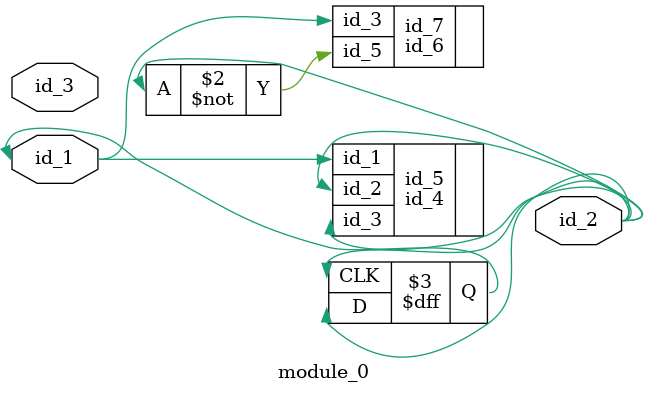
<source format=v>
module module_0 (
    id_1,
    id_2,
    id_3
);
  input id_3;
  output id_2;
  input id_1;
  always @(posedge id_2) id_1 = id_2;
  id_4 id_5 (
      .id_2(id_3),
      .id_3(id_2),
      .id_1(id_2),
      .id_1(id_1),
      .id_2(id_2)
  );
  id_6 id_7 (
      .id_3(id_5),
      .id_5(~id_2),
      .id_3(id_1)
  );
endmodule

</source>
